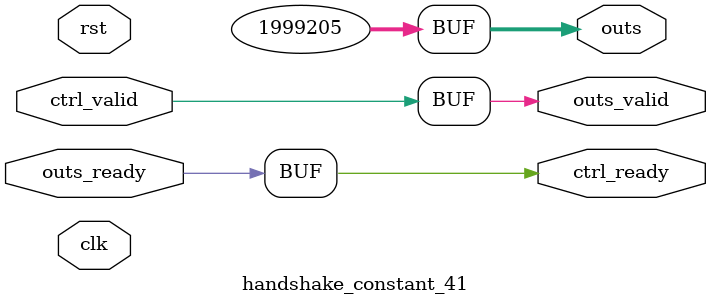
<source format=v>
`timescale 1ns / 1ps
module handshake_constant_41 #(
  parameter DATA_WIDTH = 32  // Default set to 32 bits
) (
  input                       clk,
  input                       rst,
  // Input Channel
  input                       ctrl_valid,
  output                      ctrl_ready,
  // Output Channel
  output [DATA_WIDTH - 1 : 0] outs,
  output                      outs_valid,
  input                       outs_ready
);
  assign outs       = 21'b111101000000101100101;
  assign outs_valid = ctrl_valid;
  assign ctrl_ready = outs_ready;

endmodule

</source>
